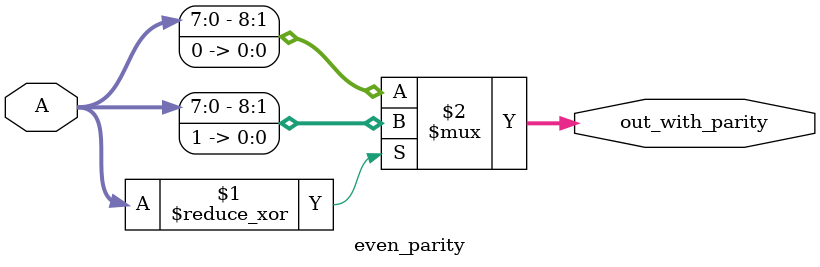
<source format=v>
module even_parity (
    input [7:0] A,
    output [8:0] out_with_parity
);
    assign out_with_parity = (^A)? {A,1'b1}:{A,1'b0};
endmodule
</source>
